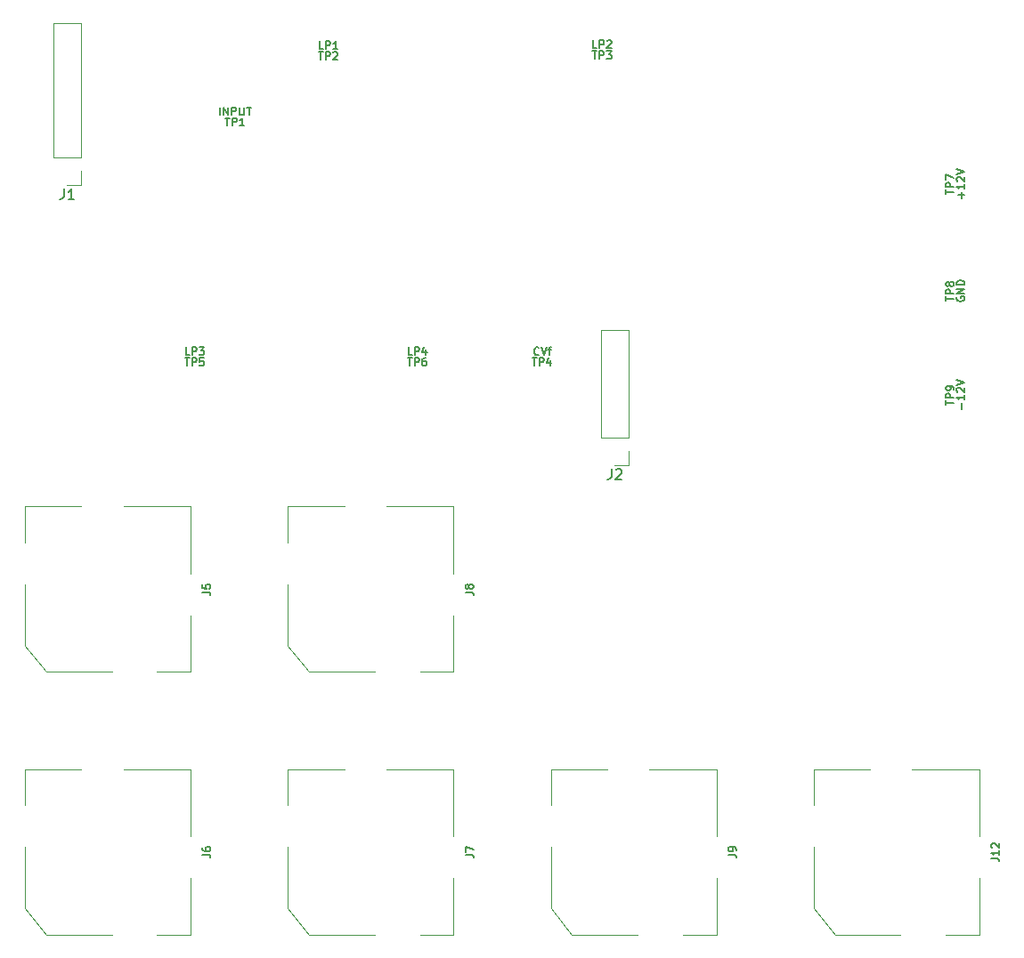
<source format=gto>
G04 #@! TF.GenerationSoftware,KiCad,Pcbnew,7.0.0-rc2-unknown-92a61b187f~165~ubuntu22.04.1*
G04 #@! TF.CreationDate,2023-02-10T23:31:28-05:00*
G04 #@! TF.ProjectId,pmf_b1,706d665f-6231-42e6-9b69-6361645f7063,rev?*
G04 #@! TF.SameCoordinates,Original*
G04 #@! TF.FileFunction,Legend,Top*
G04 #@! TF.FilePolarity,Positive*
%FSLAX46Y46*%
G04 Gerber Fmt 4.6, Leading zero omitted, Abs format (unit mm)*
G04 Created by KiCad (PCBNEW 7.0.0-rc2-unknown-92a61b187f~165~ubuntu22.04.1) date 2023-02-10 23:31:28*
%MOMM*%
%LPD*%
G01*
G04 APERTURE LIST*
%ADD10C,0.150000*%
%ADD11C,0.120000*%
G04 APERTURE END LIST*
D10*
G04 #@! TO.C,J8*
X146525535Y-150249999D02*
X147061250Y-150249999D01*
X147061250Y-150249999D02*
X147168392Y-150285714D01*
X147168392Y-150285714D02*
X147239821Y-150357142D01*
X147239821Y-150357142D02*
X147275535Y-150464285D01*
X147275535Y-150464285D02*
X147275535Y-150535714D01*
X146846964Y-149785713D02*
X146811250Y-149857142D01*
X146811250Y-149857142D02*
X146775535Y-149892856D01*
X146775535Y-149892856D02*
X146704107Y-149928570D01*
X146704107Y-149928570D02*
X146668392Y-149928570D01*
X146668392Y-149928570D02*
X146596964Y-149892856D01*
X146596964Y-149892856D02*
X146561250Y-149857142D01*
X146561250Y-149857142D02*
X146525535Y-149785713D01*
X146525535Y-149785713D02*
X146525535Y-149642856D01*
X146525535Y-149642856D02*
X146561250Y-149571428D01*
X146561250Y-149571428D02*
X146596964Y-149535713D01*
X146596964Y-149535713D02*
X146668392Y-149499999D01*
X146668392Y-149499999D02*
X146704107Y-149499999D01*
X146704107Y-149499999D02*
X146775535Y-149535713D01*
X146775535Y-149535713D02*
X146811250Y-149571428D01*
X146811250Y-149571428D02*
X146846964Y-149642856D01*
X146846964Y-149642856D02*
X146846964Y-149785713D01*
X146846964Y-149785713D02*
X146882678Y-149857142D01*
X146882678Y-149857142D02*
X146918392Y-149892856D01*
X146918392Y-149892856D02*
X146989821Y-149928570D01*
X146989821Y-149928570D02*
X147132678Y-149928570D01*
X147132678Y-149928570D02*
X147204107Y-149892856D01*
X147204107Y-149892856D02*
X147239821Y-149857142D01*
X147239821Y-149857142D02*
X147275535Y-149785713D01*
X147275535Y-149785713D02*
X147275535Y-149642856D01*
X147275535Y-149642856D02*
X147239821Y-149571428D01*
X147239821Y-149571428D02*
X147204107Y-149535713D01*
X147204107Y-149535713D02*
X147132678Y-149499999D01*
X147132678Y-149499999D02*
X146989821Y-149499999D01*
X146989821Y-149499999D02*
X146918392Y-149535713D01*
X146918392Y-149535713D02*
X146882678Y-149571428D01*
X146882678Y-149571428D02*
X146846964Y-149642856D01*
G04 #@! TO.C,J1*
X108326666Y-111857380D02*
X108326666Y-112571666D01*
X108326666Y-112571666D02*
X108279047Y-112714523D01*
X108279047Y-112714523D02*
X108183809Y-112809761D01*
X108183809Y-112809761D02*
X108040952Y-112857380D01*
X108040952Y-112857380D02*
X107945714Y-112857380D01*
X109326666Y-112857380D02*
X108755238Y-112857380D01*
X109040952Y-112857380D02*
X109040952Y-111857380D01*
X109040952Y-111857380D02*
X108945714Y-112000238D01*
X108945714Y-112000238D02*
X108850476Y-112095476D01*
X108850476Y-112095476D02*
X108755238Y-112143095D01*
G04 #@! TO.C,J7*
X146525535Y-175249999D02*
X147061250Y-175249999D01*
X147061250Y-175249999D02*
X147168392Y-175285714D01*
X147168392Y-175285714D02*
X147239821Y-175357142D01*
X147239821Y-175357142D02*
X147275535Y-175464285D01*
X147275535Y-175464285D02*
X147275535Y-175535714D01*
X146525535Y-174964285D02*
X146525535Y-174464285D01*
X146525535Y-174464285D02*
X147275535Y-174785713D01*
G04 #@! TO.C,J5*
X121525535Y-150249999D02*
X122061250Y-150249999D01*
X122061250Y-150249999D02*
X122168392Y-150285714D01*
X122168392Y-150285714D02*
X122239821Y-150357142D01*
X122239821Y-150357142D02*
X122275535Y-150464285D01*
X122275535Y-150464285D02*
X122275535Y-150535714D01*
X121525535Y-149535713D02*
X121525535Y-149892856D01*
X121525535Y-149892856D02*
X121882678Y-149928570D01*
X121882678Y-149928570D02*
X121846964Y-149892856D01*
X121846964Y-149892856D02*
X121811250Y-149821428D01*
X121811250Y-149821428D02*
X121811250Y-149642856D01*
X121811250Y-149642856D02*
X121846964Y-149571428D01*
X121846964Y-149571428D02*
X121882678Y-149535713D01*
X121882678Y-149535713D02*
X121954107Y-149499999D01*
X121954107Y-149499999D02*
X122132678Y-149499999D01*
X122132678Y-149499999D02*
X122204107Y-149535713D01*
X122204107Y-149535713D02*
X122239821Y-149571428D01*
X122239821Y-149571428D02*
X122275535Y-149642856D01*
X122275535Y-149642856D02*
X122275535Y-149821428D01*
X122275535Y-149821428D02*
X122239821Y-149892856D01*
X122239821Y-149892856D02*
X122204107Y-149928570D01*
G04 #@! TO.C,J9*
X171525535Y-175249999D02*
X172061250Y-175249999D01*
X172061250Y-175249999D02*
X172168392Y-175285714D01*
X172168392Y-175285714D02*
X172239821Y-175357142D01*
X172239821Y-175357142D02*
X172275535Y-175464285D01*
X172275535Y-175464285D02*
X172275535Y-175535714D01*
X172275535Y-174857142D02*
X172275535Y-174714285D01*
X172275535Y-174714285D02*
X172239821Y-174642856D01*
X172239821Y-174642856D02*
X172204107Y-174607142D01*
X172204107Y-174607142D02*
X172096964Y-174535713D01*
X172096964Y-174535713D02*
X171954107Y-174499999D01*
X171954107Y-174499999D02*
X171668392Y-174499999D01*
X171668392Y-174499999D02*
X171596964Y-174535713D01*
X171596964Y-174535713D02*
X171561250Y-174571428D01*
X171561250Y-174571428D02*
X171525535Y-174642856D01*
X171525535Y-174642856D02*
X171525535Y-174785713D01*
X171525535Y-174785713D02*
X171561250Y-174857142D01*
X171561250Y-174857142D02*
X171596964Y-174892856D01*
X171596964Y-174892856D02*
X171668392Y-174928570D01*
X171668392Y-174928570D02*
X171846964Y-174928570D01*
X171846964Y-174928570D02*
X171918392Y-174892856D01*
X171918392Y-174892856D02*
X171954107Y-174857142D01*
X171954107Y-174857142D02*
X171989821Y-174785713D01*
X171989821Y-174785713D02*
X171989821Y-174642856D01*
X171989821Y-174642856D02*
X171954107Y-174571428D01*
X171954107Y-174571428D02*
X171918392Y-174535713D01*
X171918392Y-174535713D02*
X171846964Y-174499999D01*
G04 #@! TO.C,J2*
X160396666Y-138527380D02*
X160396666Y-139241666D01*
X160396666Y-139241666D02*
X160349047Y-139384523D01*
X160349047Y-139384523D02*
X160253809Y-139479761D01*
X160253809Y-139479761D02*
X160110952Y-139527380D01*
X160110952Y-139527380D02*
X160015714Y-139527380D01*
X160825238Y-138622619D02*
X160872857Y-138575000D01*
X160872857Y-138575000D02*
X160968095Y-138527380D01*
X160968095Y-138527380D02*
X161206190Y-138527380D01*
X161206190Y-138527380D02*
X161301428Y-138575000D01*
X161301428Y-138575000D02*
X161349047Y-138622619D01*
X161349047Y-138622619D02*
X161396666Y-138717857D01*
X161396666Y-138717857D02*
X161396666Y-138813095D01*
X161396666Y-138813095D02*
X161349047Y-138955952D01*
X161349047Y-138955952D02*
X160777619Y-139527380D01*
X160777619Y-139527380D02*
X161396666Y-139527380D01*
G04 #@! TO.C,J6*
X121525535Y-175249999D02*
X122061250Y-175249999D01*
X122061250Y-175249999D02*
X122168392Y-175285714D01*
X122168392Y-175285714D02*
X122239821Y-175357142D01*
X122239821Y-175357142D02*
X122275535Y-175464285D01*
X122275535Y-175464285D02*
X122275535Y-175535714D01*
X121525535Y-174571428D02*
X121525535Y-174714285D01*
X121525535Y-174714285D02*
X121561250Y-174785713D01*
X121561250Y-174785713D02*
X121596964Y-174821428D01*
X121596964Y-174821428D02*
X121704107Y-174892856D01*
X121704107Y-174892856D02*
X121846964Y-174928570D01*
X121846964Y-174928570D02*
X122132678Y-174928570D01*
X122132678Y-174928570D02*
X122204107Y-174892856D01*
X122204107Y-174892856D02*
X122239821Y-174857142D01*
X122239821Y-174857142D02*
X122275535Y-174785713D01*
X122275535Y-174785713D02*
X122275535Y-174642856D01*
X122275535Y-174642856D02*
X122239821Y-174571428D01*
X122239821Y-174571428D02*
X122204107Y-174535713D01*
X122204107Y-174535713D02*
X122132678Y-174499999D01*
X122132678Y-174499999D02*
X121954107Y-174499999D01*
X121954107Y-174499999D02*
X121882678Y-174535713D01*
X121882678Y-174535713D02*
X121846964Y-174571428D01*
X121846964Y-174571428D02*
X121811250Y-174642856D01*
X121811250Y-174642856D02*
X121811250Y-174785713D01*
X121811250Y-174785713D02*
X121846964Y-174857142D01*
X121846964Y-174857142D02*
X121882678Y-174892856D01*
X121882678Y-174892856D02*
X121954107Y-174928570D01*
G04 #@! TO.C,J12*
X196525535Y-175607142D02*
X197061250Y-175607142D01*
X197061250Y-175607142D02*
X197168392Y-175642857D01*
X197168392Y-175642857D02*
X197239821Y-175714285D01*
X197239821Y-175714285D02*
X197275535Y-175821428D01*
X197275535Y-175821428D02*
X197275535Y-175892857D01*
X197275535Y-174857142D02*
X197275535Y-175285713D01*
X197275535Y-175071428D02*
X196525535Y-175071428D01*
X196525535Y-175071428D02*
X196632678Y-175142856D01*
X196632678Y-175142856D02*
X196704107Y-175214285D01*
X196704107Y-175214285D02*
X196739821Y-175285713D01*
X196596964Y-174571427D02*
X196561250Y-174535713D01*
X196561250Y-174535713D02*
X196525535Y-174464285D01*
X196525535Y-174464285D02*
X196525535Y-174285713D01*
X196525535Y-174285713D02*
X196561250Y-174214285D01*
X196561250Y-174214285D02*
X196596964Y-174178570D01*
X196596964Y-174178570D02*
X196668392Y-174142856D01*
X196668392Y-174142856D02*
X196739821Y-174142856D01*
X196739821Y-174142856D02*
X196846964Y-174178570D01*
X196846964Y-174178570D02*
X197275535Y-174607142D01*
X197275535Y-174607142D02*
X197275535Y-174142856D01*
G04 #@! TO.C,TP2*
X132990000Y-98577535D02*
X132632857Y-98577535D01*
X132632857Y-98577535D02*
X132632857Y-97827535D01*
X133240000Y-98577535D02*
X133240000Y-97827535D01*
X133240000Y-97827535D02*
X133525714Y-97827535D01*
X133525714Y-97827535D02*
X133597143Y-97863250D01*
X133597143Y-97863250D02*
X133632857Y-97898964D01*
X133632857Y-97898964D02*
X133668571Y-97970392D01*
X133668571Y-97970392D02*
X133668571Y-98077535D01*
X133668571Y-98077535D02*
X133632857Y-98148964D01*
X133632857Y-98148964D02*
X133597143Y-98184678D01*
X133597143Y-98184678D02*
X133525714Y-98220392D01*
X133525714Y-98220392D02*
X133240000Y-98220392D01*
X134382857Y-98577535D02*
X133954286Y-98577535D01*
X134168571Y-98577535D02*
X134168571Y-97827535D01*
X134168571Y-97827535D02*
X134097143Y-97934678D01*
X134097143Y-97934678D02*
X134025714Y-98006107D01*
X134025714Y-98006107D02*
X133954286Y-98041821D01*
X132543571Y-98843535D02*
X132972143Y-98843535D01*
X132757857Y-99593535D02*
X132757857Y-98843535D01*
X133222143Y-99593535D02*
X133222143Y-98843535D01*
X133222143Y-98843535D02*
X133507857Y-98843535D01*
X133507857Y-98843535D02*
X133579286Y-98879250D01*
X133579286Y-98879250D02*
X133615000Y-98914964D01*
X133615000Y-98914964D02*
X133650714Y-98986392D01*
X133650714Y-98986392D02*
X133650714Y-99093535D01*
X133650714Y-99093535D02*
X133615000Y-99164964D01*
X133615000Y-99164964D02*
X133579286Y-99200678D01*
X133579286Y-99200678D02*
X133507857Y-99236392D01*
X133507857Y-99236392D02*
X133222143Y-99236392D01*
X133936429Y-98914964D02*
X133972143Y-98879250D01*
X133972143Y-98879250D02*
X134043572Y-98843535D01*
X134043572Y-98843535D02*
X134222143Y-98843535D01*
X134222143Y-98843535D02*
X134293572Y-98879250D01*
X134293572Y-98879250D02*
X134329286Y-98914964D01*
X134329286Y-98914964D02*
X134365000Y-98986392D01*
X134365000Y-98986392D02*
X134365000Y-99057821D01*
X134365000Y-99057821D02*
X134329286Y-99164964D01*
X134329286Y-99164964D02*
X133900714Y-99593535D01*
X133900714Y-99593535D02*
X134365000Y-99593535D01*
G04 #@! TO.C,TP4*
X153506428Y-127636107D02*
X153470714Y-127671821D01*
X153470714Y-127671821D02*
X153363571Y-127707535D01*
X153363571Y-127707535D02*
X153292143Y-127707535D01*
X153292143Y-127707535D02*
X153185000Y-127671821D01*
X153185000Y-127671821D02*
X153113571Y-127600392D01*
X153113571Y-127600392D02*
X153077857Y-127528964D01*
X153077857Y-127528964D02*
X153042143Y-127386107D01*
X153042143Y-127386107D02*
X153042143Y-127278964D01*
X153042143Y-127278964D02*
X153077857Y-127136107D01*
X153077857Y-127136107D02*
X153113571Y-127064678D01*
X153113571Y-127064678D02*
X153185000Y-126993250D01*
X153185000Y-126993250D02*
X153292143Y-126957535D01*
X153292143Y-126957535D02*
X153363571Y-126957535D01*
X153363571Y-126957535D02*
X153470714Y-126993250D01*
X153470714Y-126993250D02*
X153506428Y-127028964D01*
X153720714Y-126957535D02*
X153970714Y-127707535D01*
X153970714Y-127707535D02*
X154220714Y-126957535D01*
X154363571Y-127207535D02*
X154649285Y-127207535D01*
X154470714Y-127707535D02*
X154470714Y-127064678D01*
X154470714Y-127064678D02*
X154506428Y-126993250D01*
X154506428Y-126993250D02*
X154577857Y-126957535D01*
X154577857Y-126957535D02*
X154649285Y-126957535D01*
X152863571Y-127973535D02*
X153292143Y-127973535D01*
X153077857Y-128723535D02*
X153077857Y-127973535D01*
X153542143Y-128723535D02*
X153542143Y-127973535D01*
X153542143Y-127973535D02*
X153827857Y-127973535D01*
X153827857Y-127973535D02*
X153899286Y-128009250D01*
X153899286Y-128009250D02*
X153935000Y-128044964D01*
X153935000Y-128044964D02*
X153970714Y-128116392D01*
X153970714Y-128116392D02*
X153970714Y-128223535D01*
X153970714Y-128223535D02*
X153935000Y-128294964D01*
X153935000Y-128294964D02*
X153899286Y-128330678D01*
X153899286Y-128330678D02*
X153827857Y-128366392D01*
X153827857Y-128366392D02*
X153542143Y-128366392D01*
X154613572Y-128223535D02*
X154613572Y-128723535D01*
X154435000Y-127937821D02*
X154256429Y-128473535D01*
X154256429Y-128473535D02*
X154720714Y-128473535D01*
G04 #@! TO.C,TP8*
X193249250Y-122161428D02*
X193213535Y-122232857D01*
X193213535Y-122232857D02*
X193213535Y-122339999D01*
X193213535Y-122339999D02*
X193249250Y-122447142D01*
X193249250Y-122447142D02*
X193320678Y-122518571D01*
X193320678Y-122518571D02*
X193392107Y-122554285D01*
X193392107Y-122554285D02*
X193534964Y-122589999D01*
X193534964Y-122589999D02*
X193642107Y-122589999D01*
X193642107Y-122589999D02*
X193784964Y-122554285D01*
X193784964Y-122554285D02*
X193856392Y-122518571D01*
X193856392Y-122518571D02*
X193927821Y-122447142D01*
X193927821Y-122447142D02*
X193963535Y-122339999D01*
X193963535Y-122339999D02*
X193963535Y-122268571D01*
X193963535Y-122268571D02*
X193927821Y-122161428D01*
X193927821Y-122161428D02*
X193892107Y-122125714D01*
X193892107Y-122125714D02*
X193642107Y-122125714D01*
X193642107Y-122125714D02*
X193642107Y-122268571D01*
X193963535Y-121804285D02*
X193213535Y-121804285D01*
X193213535Y-121804285D02*
X193963535Y-121375714D01*
X193963535Y-121375714D02*
X193213535Y-121375714D01*
X193963535Y-121018571D02*
X193213535Y-121018571D01*
X193213535Y-121018571D02*
X193213535Y-120840000D01*
X193213535Y-120840000D02*
X193249250Y-120732857D01*
X193249250Y-120732857D02*
X193320678Y-120661428D01*
X193320678Y-120661428D02*
X193392107Y-120625714D01*
X193392107Y-120625714D02*
X193534964Y-120590000D01*
X193534964Y-120590000D02*
X193642107Y-120590000D01*
X193642107Y-120590000D02*
X193784964Y-120625714D01*
X193784964Y-120625714D02*
X193856392Y-120661428D01*
X193856392Y-120661428D02*
X193927821Y-120732857D01*
X193927821Y-120732857D02*
X193963535Y-120840000D01*
X193963535Y-120840000D02*
X193963535Y-121018571D01*
X192197535Y-122536428D02*
X192197535Y-122107857D01*
X192947535Y-122322142D02*
X192197535Y-122322142D01*
X192947535Y-121857856D02*
X192197535Y-121857856D01*
X192197535Y-121857856D02*
X192197535Y-121572142D01*
X192197535Y-121572142D02*
X192233250Y-121500713D01*
X192233250Y-121500713D02*
X192268964Y-121464999D01*
X192268964Y-121464999D02*
X192340392Y-121429285D01*
X192340392Y-121429285D02*
X192447535Y-121429285D01*
X192447535Y-121429285D02*
X192518964Y-121464999D01*
X192518964Y-121464999D02*
X192554678Y-121500713D01*
X192554678Y-121500713D02*
X192590392Y-121572142D01*
X192590392Y-121572142D02*
X192590392Y-121857856D01*
X192518964Y-121000713D02*
X192483250Y-121072142D01*
X192483250Y-121072142D02*
X192447535Y-121107856D01*
X192447535Y-121107856D02*
X192376107Y-121143570D01*
X192376107Y-121143570D02*
X192340392Y-121143570D01*
X192340392Y-121143570D02*
X192268964Y-121107856D01*
X192268964Y-121107856D02*
X192233250Y-121072142D01*
X192233250Y-121072142D02*
X192197535Y-121000713D01*
X192197535Y-121000713D02*
X192197535Y-120857856D01*
X192197535Y-120857856D02*
X192233250Y-120786428D01*
X192233250Y-120786428D02*
X192268964Y-120750713D01*
X192268964Y-120750713D02*
X192340392Y-120714999D01*
X192340392Y-120714999D02*
X192376107Y-120714999D01*
X192376107Y-120714999D02*
X192447535Y-120750713D01*
X192447535Y-120750713D02*
X192483250Y-120786428D01*
X192483250Y-120786428D02*
X192518964Y-120857856D01*
X192518964Y-120857856D02*
X192518964Y-121000713D01*
X192518964Y-121000713D02*
X192554678Y-121072142D01*
X192554678Y-121072142D02*
X192590392Y-121107856D01*
X192590392Y-121107856D02*
X192661821Y-121143570D01*
X192661821Y-121143570D02*
X192804678Y-121143570D01*
X192804678Y-121143570D02*
X192876107Y-121107856D01*
X192876107Y-121107856D02*
X192911821Y-121072142D01*
X192911821Y-121072142D02*
X192947535Y-121000713D01*
X192947535Y-121000713D02*
X192947535Y-120857856D01*
X192947535Y-120857856D02*
X192911821Y-120786428D01*
X192911821Y-120786428D02*
X192876107Y-120750713D01*
X192876107Y-120750713D02*
X192804678Y-120714999D01*
X192804678Y-120714999D02*
X192661821Y-120714999D01*
X192661821Y-120714999D02*
X192590392Y-120750713D01*
X192590392Y-120750713D02*
X192554678Y-120786428D01*
X192554678Y-120786428D02*
X192518964Y-120857856D01*
G04 #@! TO.C,TP5*
X120290000Y-127697535D02*
X119932857Y-127697535D01*
X119932857Y-127697535D02*
X119932857Y-126947535D01*
X120540000Y-127697535D02*
X120540000Y-126947535D01*
X120540000Y-126947535D02*
X120825714Y-126947535D01*
X120825714Y-126947535D02*
X120897143Y-126983250D01*
X120897143Y-126983250D02*
X120932857Y-127018964D01*
X120932857Y-127018964D02*
X120968571Y-127090392D01*
X120968571Y-127090392D02*
X120968571Y-127197535D01*
X120968571Y-127197535D02*
X120932857Y-127268964D01*
X120932857Y-127268964D02*
X120897143Y-127304678D01*
X120897143Y-127304678D02*
X120825714Y-127340392D01*
X120825714Y-127340392D02*
X120540000Y-127340392D01*
X121218571Y-126947535D02*
X121682857Y-126947535D01*
X121682857Y-126947535D02*
X121432857Y-127233250D01*
X121432857Y-127233250D02*
X121540000Y-127233250D01*
X121540000Y-127233250D02*
X121611429Y-127268964D01*
X121611429Y-127268964D02*
X121647143Y-127304678D01*
X121647143Y-127304678D02*
X121682857Y-127376107D01*
X121682857Y-127376107D02*
X121682857Y-127554678D01*
X121682857Y-127554678D02*
X121647143Y-127626107D01*
X121647143Y-127626107D02*
X121611429Y-127661821D01*
X121611429Y-127661821D02*
X121540000Y-127697535D01*
X121540000Y-127697535D02*
X121325714Y-127697535D01*
X121325714Y-127697535D02*
X121254286Y-127661821D01*
X121254286Y-127661821D02*
X121218571Y-127626107D01*
X119843571Y-127963535D02*
X120272143Y-127963535D01*
X120057857Y-128713535D02*
X120057857Y-127963535D01*
X120522143Y-128713535D02*
X120522143Y-127963535D01*
X120522143Y-127963535D02*
X120807857Y-127963535D01*
X120807857Y-127963535D02*
X120879286Y-127999250D01*
X120879286Y-127999250D02*
X120915000Y-128034964D01*
X120915000Y-128034964D02*
X120950714Y-128106392D01*
X120950714Y-128106392D02*
X120950714Y-128213535D01*
X120950714Y-128213535D02*
X120915000Y-128284964D01*
X120915000Y-128284964D02*
X120879286Y-128320678D01*
X120879286Y-128320678D02*
X120807857Y-128356392D01*
X120807857Y-128356392D02*
X120522143Y-128356392D01*
X121629286Y-127963535D02*
X121272143Y-127963535D01*
X121272143Y-127963535D02*
X121236429Y-128320678D01*
X121236429Y-128320678D02*
X121272143Y-128284964D01*
X121272143Y-128284964D02*
X121343572Y-128249250D01*
X121343572Y-128249250D02*
X121522143Y-128249250D01*
X121522143Y-128249250D02*
X121593572Y-128284964D01*
X121593572Y-128284964D02*
X121629286Y-128320678D01*
X121629286Y-128320678D02*
X121665000Y-128392107D01*
X121665000Y-128392107D02*
X121665000Y-128570678D01*
X121665000Y-128570678D02*
X121629286Y-128642107D01*
X121629286Y-128642107D02*
X121593572Y-128677821D01*
X121593572Y-128677821D02*
X121522143Y-128713535D01*
X121522143Y-128713535D02*
X121343572Y-128713535D01*
X121343572Y-128713535D02*
X121272143Y-128677821D01*
X121272143Y-128677821D02*
X121236429Y-128642107D01*
G04 #@! TO.C,TP6*
X141460000Y-127697535D02*
X141102857Y-127697535D01*
X141102857Y-127697535D02*
X141102857Y-126947535D01*
X141710000Y-127697535D02*
X141710000Y-126947535D01*
X141710000Y-126947535D02*
X141995714Y-126947535D01*
X141995714Y-126947535D02*
X142067143Y-126983250D01*
X142067143Y-126983250D02*
X142102857Y-127018964D01*
X142102857Y-127018964D02*
X142138571Y-127090392D01*
X142138571Y-127090392D02*
X142138571Y-127197535D01*
X142138571Y-127197535D02*
X142102857Y-127268964D01*
X142102857Y-127268964D02*
X142067143Y-127304678D01*
X142067143Y-127304678D02*
X141995714Y-127340392D01*
X141995714Y-127340392D02*
X141710000Y-127340392D01*
X142781429Y-127197535D02*
X142781429Y-127697535D01*
X142602857Y-126911821D02*
X142424286Y-127447535D01*
X142424286Y-127447535D02*
X142888571Y-127447535D01*
X141013571Y-127963535D02*
X141442143Y-127963535D01*
X141227857Y-128713535D02*
X141227857Y-127963535D01*
X141692143Y-128713535D02*
X141692143Y-127963535D01*
X141692143Y-127963535D02*
X141977857Y-127963535D01*
X141977857Y-127963535D02*
X142049286Y-127999250D01*
X142049286Y-127999250D02*
X142085000Y-128034964D01*
X142085000Y-128034964D02*
X142120714Y-128106392D01*
X142120714Y-128106392D02*
X142120714Y-128213535D01*
X142120714Y-128213535D02*
X142085000Y-128284964D01*
X142085000Y-128284964D02*
X142049286Y-128320678D01*
X142049286Y-128320678D02*
X141977857Y-128356392D01*
X141977857Y-128356392D02*
X141692143Y-128356392D01*
X142763572Y-127963535D02*
X142620714Y-127963535D01*
X142620714Y-127963535D02*
X142549286Y-127999250D01*
X142549286Y-127999250D02*
X142513572Y-128034964D01*
X142513572Y-128034964D02*
X142442143Y-128142107D01*
X142442143Y-128142107D02*
X142406429Y-128284964D01*
X142406429Y-128284964D02*
X142406429Y-128570678D01*
X142406429Y-128570678D02*
X142442143Y-128642107D01*
X142442143Y-128642107D02*
X142477857Y-128677821D01*
X142477857Y-128677821D02*
X142549286Y-128713535D01*
X142549286Y-128713535D02*
X142692143Y-128713535D01*
X142692143Y-128713535D02*
X142763572Y-128677821D01*
X142763572Y-128677821D02*
X142799286Y-128642107D01*
X142799286Y-128642107D02*
X142835000Y-128570678D01*
X142835000Y-128570678D02*
X142835000Y-128392107D01*
X142835000Y-128392107D02*
X142799286Y-128320678D01*
X142799286Y-128320678D02*
X142763572Y-128284964D01*
X142763572Y-128284964D02*
X142692143Y-128249250D01*
X142692143Y-128249250D02*
X142549286Y-128249250D01*
X142549286Y-128249250D02*
X142477857Y-128284964D01*
X142477857Y-128284964D02*
X142442143Y-128320678D01*
X142442143Y-128320678D02*
X142406429Y-128392107D01*
G04 #@! TO.C,TP9*
X192197535Y-132436428D02*
X192197535Y-132007857D01*
X192947535Y-132222142D02*
X192197535Y-132222142D01*
X192947535Y-131757856D02*
X192197535Y-131757856D01*
X192197535Y-131757856D02*
X192197535Y-131472142D01*
X192197535Y-131472142D02*
X192233250Y-131400713D01*
X192233250Y-131400713D02*
X192268964Y-131364999D01*
X192268964Y-131364999D02*
X192340392Y-131329285D01*
X192340392Y-131329285D02*
X192447535Y-131329285D01*
X192447535Y-131329285D02*
X192518964Y-131364999D01*
X192518964Y-131364999D02*
X192554678Y-131400713D01*
X192554678Y-131400713D02*
X192590392Y-131472142D01*
X192590392Y-131472142D02*
X192590392Y-131757856D01*
X192947535Y-130972142D02*
X192947535Y-130829285D01*
X192947535Y-130829285D02*
X192911821Y-130757856D01*
X192911821Y-130757856D02*
X192876107Y-130722142D01*
X192876107Y-130722142D02*
X192768964Y-130650713D01*
X192768964Y-130650713D02*
X192626107Y-130614999D01*
X192626107Y-130614999D02*
X192340392Y-130614999D01*
X192340392Y-130614999D02*
X192268964Y-130650713D01*
X192268964Y-130650713D02*
X192233250Y-130686428D01*
X192233250Y-130686428D02*
X192197535Y-130757856D01*
X192197535Y-130757856D02*
X192197535Y-130900713D01*
X192197535Y-130900713D02*
X192233250Y-130972142D01*
X192233250Y-130972142D02*
X192268964Y-131007856D01*
X192268964Y-131007856D02*
X192340392Y-131043570D01*
X192340392Y-131043570D02*
X192518964Y-131043570D01*
X192518964Y-131043570D02*
X192590392Y-131007856D01*
X192590392Y-131007856D02*
X192626107Y-130972142D01*
X192626107Y-130972142D02*
X192661821Y-130900713D01*
X192661821Y-130900713D02*
X192661821Y-130757856D01*
X192661821Y-130757856D02*
X192626107Y-130686428D01*
X192626107Y-130686428D02*
X192590392Y-130650713D01*
X192590392Y-130650713D02*
X192518964Y-130614999D01*
X193677821Y-132811428D02*
X193677821Y-132240000D01*
X193963535Y-131490000D02*
X193963535Y-131918571D01*
X193963535Y-131704286D02*
X193213535Y-131704286D01*
X193213535Y-131704286D02*
X193320678Y-131775714D01*
X193320678Y-131775714D02*
X193392107Y-131847143D01*
X193392107Y-131847143D02*
X193427821Y-131918571D01*
X193284964Y-131204285D02*
X193249250Y-131168571D01*
X193249250Y-131168571D02*
X193213535Y-131097143D01*
X193213535Y-131097143D02*
X193213535Y-130918571D01*
X193213535Y-130918571D02*
X193249250Y-130847143D01*
X193249250Y-130847143D02*
X193284964Y-130811428D01*
X193284964Y-130811428D02*
X193356392Y-130775714D01*
X193356392Y-130775714D02*
X193427821Y-130775714D01*
X193427821Y-130775714D02*
X193534964Y-130811428D01*
X193534964Y-130811428D02*
X193963535Y-131240000D01*
X193963535Y-131240000D02*
X193963535Y-130775714D01*
X193213535Y-130561428D02*
X193963535Y-130311428D01*
X193963535Y-130311428D02*
X193213535Y-130061428D01*
G04 #@! TO.C,TP1*
X123653571Y-105123535D02*
X124082143Y-105123535D01*
X123867857Y-105873535D02*
X123867857Y-105123535D01*
X124332143Y-105873535D02*
X124332143Y-105123535D01*
X124332143Y-105123535D02*
X124617857Y-105123535D01*
X124617857Y-105123535D02*
X124689286Y-105159250D01*
X124689286Y-105159250D02*
X124725000Y-105194964D01*
X124725000Y-105194964D02*
X124760714Y-105266392D01*
X124760714Y-105266392D02*
X124760714Y-105373535D01*
X124760714Y-105373535D02*
X124725000Y-105444964D01*
X124725000Y-105444964D02*
X124689286Y-105480678D01*
X124689286Y-105480678D02*
X124617857Y-105516392D01*
X124617857Y-105516392D02*
X124332143Y-105516392D01*
X125475000Y-105873535D02*
X125046429Y-105873535D01*
X125260714Y-105873535D02*
X125260714Y-105123535D01*
X125260714Y-105123535D02*
X125189286Y-105230678D01*
X125189286Y-105230678D02*
X125117857Y-105302107D01*
X125117857Y-105302107D02*
X125046429Y-105337821D01*
X123153571Y-104857535D02*
X123153571Y-104107535D01*
X123510714Y-104857535D02*
X123510714Y-104107535D01*
X123510714Y-104107535D02*
X123939285Y-104857535D01*
X123939285Y-104857535D02*
X123939285Y-104107535D01*
X124296428Y-104857535D02*
X124296428Y-104107535D01*
X124296428Y-104107535D02*
X124582142Y-104107535D01*
X124582142Y-104107535D02*
X124653571Y-104143250D01*
X124653571Y-104143250D02*
X124689285Y-104178964D01*
X124689285Y-104178964D02*
X124724999Y-104250392D01*
X124724999Y-104250392D02*
X124724999Y-104357535D01*
X124724999Y-104357535D02*
X124689285Y-104428964D01*
X124689285Y-104428964D02*
X124653571Y-104464678D01*
X124653571Y-104464678D02*
X124582142Y-104500392D01*
X124582142Y-104500392D02*
X124296428Y-104500392D01*
X125046428Y-104107535D02*
X125046428Y-104714678D01*
X125046428Y-104714678D02*
X125082142Y-104786107D01*
X125082142Y-104786107D02*
X125117857Y-104821821D01*
X125117857Y-104821821D02*
X125189285Y-104857535D01*
X125189285Y-104857535D02*
X125332142Y-104857535D01*
X125332142Y-104857535D02*
X125403571Y-104821821D01*
X125403571Y-104821821D02*
X125439285Y-104786107D01*
X125439285Y-104786107D02*
X125474999Y-104714678D01*
X125474999Y-104714678D02*
X125474999Y-104107535D01*
X125724999Y-104107535D02*
X126153571Y-104107535D01*
X125939285Y-104857535D02*
X125939285Y-104107535D01*
G04 #@! TO.C,TP7*
X192197535Y-112376428D02*
X192197535Y-111947857D01*
X192947535Y-112162142D02*
X192197535Y-112162142D01*
X192947535Y-111697856D02*
X192197535Y-111697856D01*
X192197535Y-111697856D02*
X192197535Y-111412142D01*
X192197535Y-111412142D02*
X192233250Y-111340713D01*
X192233250Y-111340713D02*
X192268964Y-111304999D01*
X192268964Y-111304999D02*
X192340392Y-111269285D01*
X192340392Y-111269285D02*
X192447535Y-111269285D01*
X192447535Y-111269285D02*
X192518964Y-111304999D01*
X192518964Y-111304999D02*
X192554678Y-111340713D01*
X192554678Y-111340713D02*
X192590392Y-111412142D01*
X192590392Y-111412142D02*
X192590392Y-111697856D01*
X192197535Y-111019285D02*
X192197535Y-110519285D01*
X192197535Y-110519285D02*
X192947535Y-110840713D01*
X193677821Y-112751428D02*
X193677821Y-112180000D01*
X193963535Y-112465714D02*
X193392107Y-112465714D01*
X193963535Y-111430000D02*
X193963535Y-111858571D01*
X193963535Y-111644286D02*
X193213535Y-111644286D01*
X193213535Y-111644286D02*
X193320678Y-111715714D01*
X193320678Y-111715714D02*
X193392107Y-111787143D01*
X193392107Y-111787143D02*
X193427821Y-111858571D01*
X193284964Y-111144285D02*
X193249250Y-111108571D01*
X193249250Y-111108571D02*
X193213535Y-111037143D01*
X193213535Y-111037143D02*
X193213535Y-110858571D01*
X193213535Y-110858571D02*
X193249250Y-110787143D01*
X193249250Y-110787143D02*
X193284964Y-110751428D01*
X193284964Y-110751428D02*
X193356392Y-110715714D01*
X193356392Y-110715714D02*
X193427821Y-110715714D01*
X193427821Y-110715714D02*
X193534964Y-110751428D01*
X193534964Y-110751428D02*
X193963535Y-111180000D01*
X193963535Y-111180000D02*
X193963535Y-110715714D01*
X193213535Y-110501428D02*
X193963535Y-110251428D01*
X193963535Y-110251428D02*
X193213535Y-110001428D01*
G04 #@! TO.C,TP3*
X158578571Y-98763535D02*
X159007143Y-98763535D01*
X158792857Y-99513535D02*
X158792857Y-98763535D01*
X159257143Y-99513535D02*
X159257143Y-98763535D01*
X159257143Y-98763535D02*
X159542857Y-98763535D01*
X159542857Y-98763535D02*
X159614286Y-98799250D01*
X159614286Y-98799250D02*
X159650000Y-98834964D01*
X159650000Y-98834964D02*
X159685714Y-98906392D01*
X159685714Y-98906392D02*
X159685714Y-99013535D01*
X159685714Y-99013535D02*
X159650000Y-99084964D01*
X159650000Y-99084964D02*
X159614286Y-99120678D01*
X159614286Y-99120678D02*
X159542857Y-99156392D01*
X159542857Y-99156392D02*
X159257143Y-99156392D01*
X159935714Y-98763535D02*
X160400000Y-98763535D01*
X160400000Y-98763535D02*
X160150000Y-99049250D01*
X160150000Y-99049250D02*
X160257143Y-99049250D01*
X160257143Y-99049250D02*
X160328572Y-99084964D01*
X160328572Y-99084964D02*
X160364286Y-99120678D01*
X160364286Y-99120678D02*
X160400000Y-99192107D01*
X160400000Y-99192107D02*
X160400000Y-99370678D01*
X160400000Y-99370678D02*
X160364286Y-99442107D01*
X160364286Y-99442107D02*
X160328572Y-99477821D01*
X160328572Y-99477821D02*
X160257143Y-99513535D01*
X160257143Y-99513535D02*
X160042857Y-99513535D01*
X160042857Y-99513535D02*
X159971429Y-99477821D01*
X159971429Y-99477821D02*
X159935714Y-99442107D01*
X159025000Y-98497535D02*
X158667857Y-98497535D01*
X158667857Y-98497535D02*
X158667857Y-97747535D01*
X159275000Y-98497535D02*
X159275000Y-97747535D01*
X159275000Y-97747535D02*
X159560714Y-97747535D01*
X159560714Y-97747535D02*
X159632143Y-97783250D01*
X159632143Y-97783250D02*
X159667857Y-97818964D01*
X159667857Y-97818964D02*
X159703571Y-97890392D01*
X159703571Y-97890392D02*
X159703571Y-97997535D01*
X159703571Y-97997535D02*
X159667857Y-98068964D01*
X159667857Y-98068964D02*
X159632143Y-98104678D01*
X159632143Y-98104678D02*
X159560714Y-98140392D01*
X159560714Y-98140392D02*
X159275000Y-98140392D01*
X159989286Y-97818964D02*
X160025000Y-97783250D01*
X160025000Y-97783250D02*
X160096429Y-97747535D01*
X160096429Y-97747535D02*
X160275000Y-97747535D01*
X160275000Y-97747535D02*
X160346429Y-97783250D01*
X160346429Y-97783250D02*
X160382143Y-97818964D01*
X160382143Y-97818964D02*
X160417857Y-97890392D01*
X160417857Y-97890392D02*
X160417857Y-97961821D01*
X160417857Y-97961821D02*
X160382143Y-98068964D01*
X160382143Y-98068964D02*
X159953571Y-98497535D01*
X159953571Y-98497535D02*
X160417857Y-98497535D01*
D11*
G04 #@! TO.C,J8*
X145400000Y-142100000D02*
X145400000Y-148500000D01*
X139000000Y-142100000D02*
X145400000Y-142100000D01*
X129650000Y-142100000D02*
X135000000Y-142100000D01*
X129650000Y-145500000D02*
X129650000Y-142100000D01*
X145400000Y-152500000D02*
X145400000Y-157850000D01*
X129650000Y-155350000D02*
X129650000Y-149500000D01*
X145400000Y-157850000D02*
X142200000Y-157850000D01*
X137900000Y-157850000D02*
X131700000Y-157850000D01*
X131700000Y-157850000D02*
X131650000Y-157850000D01*
X131650000Y-157850000D02*
X129650000Y-155350000D01*
G04 #@! TO.C,J1*
X109990000Y-111490000D02*
X108660000Y-111490000D01*
X109990000Y-110160000D02*
X109990000Y-111490000D01*
X109990000Y-108890000D02*
X109990000Y-96130000D01*
X109990000Y-108890000D02*
X107330000Y-108890000D01*
X109990000Y-96130000D02*
X107330000Y-96130000D01*
X107330000Y-108890000D02*
X107330000Y-96130000D01*
G04 #@! TO.C,J7*
X145400000Y-167100000D02*
X145400000Y-173500000D01*
X139000000Y-167100000D02*
X145400000Y-167100000D01*
X129650000Y-167100000D02*
X135000000Y-167100000D01*
X129650000Y-170500000D02*
X129650000Y-167100000D01*
X145400000Y-177500000D02*
X145400000Y-182850000D01*
X129650000Y-180350000D02*
X129650000Y-174500000D01*
X145400000Y-182850000D02*
X142200000Y-182850000D01*
X137900000Y-182850000D02*
X131700000Y-182850000D01*
X131700000Y-182850000D02*
X131650000Y-182850000D01*
X131650000Y-182850000D02*
X129650000Y-180350000D01*
G04 #@! TO.C,J5*
X120400000Y-142100000D02*
X120400000Y-148500000D01*
X114000000Y-142100000D02*
X120400000Y-142100000D01*
X104650000Y-142100000D02*
X110000000Y-142100000D01*
X104650000Y-145500000D02*
X104650000Y-142100000D01*
X120400000Y-152500000D02*
X120400000Y-157850000D01*
X104650000Y-155350000D02*
X104650000Y-149500000D01*
X120400000Y-157850000D02*
X117200000Y-157850000D01*
X112900000Y-157850000D02*
X106700000Y-157850000D01*
X106700000Y-157850000D02*
X106650000Y-157850000D01*
X106650000Y-157850000D02*
X104650000Y-155350000D01*
G04 #@! TO.C,J9*
X170400000Y-167100000D02*
X170400000Y-173500000D01*
X164000000Y-167100000D02*
X170400000Y-167100000D01*
X154650000Y-167100000D02*
X160000000Y-167100000D01*
X154650000Y-170500000D02*
X154650000Y-167100000D01*
X170400000Y-177500000D02*
X170400000Y-182850000D01*
X154650000Y-180350000D02*
X154650000Y-174500000D01*
X170400000Y-182850000D02*
X167200000Y-182850000D01*
X162900000Y-182850000D02*
X156700000Y-182850000D01*
X156700000Y-182850000D02*
X156650000Y-182850000D01*
X156650000Y-182850000D02*
X154650000Y-180350000D01*
G04 #@! TO.C,J2*
X162060000Y-138160000D02*
X160730000Y-138160000D01*
X162060000Y-136830000D02*
X162060000Y-138160000D01*
X162060000Y-135560000D02*
X162060000Y-125340000D01*
X162060000Y-135560000D02*
X159400000Y-135560000D01*
X162060000Y-125340000D02*
X159400000Y-125340000D01*
X159400000Y-135560000D02*
X159400000Y-125340000D01*
G04 #@! TO.C,J6*
X120400000Y-167100000D02*
X120400000Y-173500000D01*
X114000000Y-167100000D02*
X120400000Y-167100000D01*
X104650000Y-167100000D02*
X110000000Y-167100000D01*
X104650000Y-170500000D02*
X104650000Y-167100000D01*
X120400000Y-177500000D02*
X120400000Y-182850000D01*
X104650000Y-180350000D02*
X104650000Y-174500000D01*
X120400000Y-182850000D02*
X117200000Y-182850000D01*
X112900000Y-182850000D02*
X106700000Y-182850000D01*
X106700000Y-182850000D02*
X106650000Y-182850000D01*
X106650000Y-182850000D02*
X104650000Y-180350000D01*
G04 #@! TO.C,J12*
X195400000Y-167100000D02*
X195400000Y-173500000D01*
X189000000Y-167100000D02*
X195400000Y-167100000D01*
X179650000Y-167100000D02*
X185000000Y-167100000D01*
X179650000Y-170500000D02*
X179650000Y-167100000D01*
X195400000Y-177500000D02*
X195400000Y-182850000D01*
X179650000Y-180350000D02*
X179650000Y-174500000D01*
X195400000Y-182850000D02*
X192200000Y-182850000D01*
X187900000Y-182850000D02*
X181700000Y-182850000D01*
X181700000Y-182850000D02*
X181650000Y-182850000D01*
X181650000Y-182850000D02*
X179650000Y-180350000D01*
G04 #@! TD*
M02*

</source>
